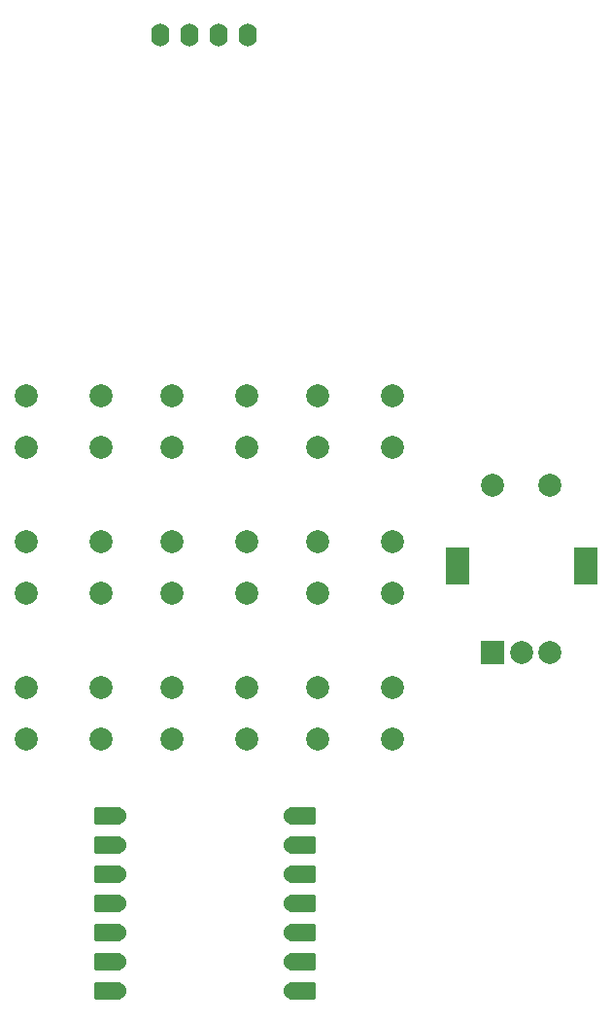
<source format=gbr>
%TF.GenerationSoftware,KiCad,Pcbnew,9.0.1*%
%TF.CreationDate,2025-06-15T22:50:49-06:00*%
%TF.ProjectId,AuraCTRL PCB,41757261-4354-4524-9c20-5043422e6b69,rev?*%
%TF.SameCoordinates,Original*%
%TF.FileFunction,Soldermask,Top*%
%TF.FilePolarity,Negative*%
%FSLAX46Y46*%
G04 Gerber Fmt 4.6, Leading zero omitted, Abs format (unit mm)*
G04 Created by KiCad (PCBNEW 9.0.1) date 2025-06-15 22:50:49*
%MOMM*%
%LPD*%
G01*
G04 APERTURE LIST*
G04 Aperture macros list*
%AMRoundRect*
0 Rectangle with rounded corners*
0 $1 Rounding radius*
0 $2 $3 $4 $5 $6 $7 $8 $9 X,Y pos of 4 corners*
0 Add a 4 corners polygon primitive as box body*
4,1,4,$2,$3,$4,$5,$6,$7,$8,$9,$2,$3,0*
0 Add four circle primitives for the rounded corners*
1,1,$1+$1,$2,$3*
1,1,$1+$1,$4,$5*
1,1,$1+$1,$6,$7*
1,1,$1+$1,$8,$9*
0 Add four rect primitives between the rounded corners*
20,1,$1+$1,$2,$3,$4,$5,0*
20,1,$1+$1,$4,$5,$6,$7,0*
20,1,$1+$1,$6,$7,$8,$9,0*
20,1,$1+$1,$8,$9,$2,$3,0*%
G04 Aperture macros list end*
%ADD10C,2.000000*%
%ADD11O,1.600000X2.000000*%
%ADD12R,2.000000X2.000000*%
%ADD13R,2.000000X3.200000*%
%ADD14RoundRect,0.152400X-1.063600X-0.609600X1.063600X-0.609600X1.063600X0.609600X-1.063600X0.609600X0*%
%ADD15C,1.524000*%
%ADD16RoundRect,0.152400X1.063600X0.609600X-1.063600X0.609600X-1.063600X-0.609600X1.063600X-0.609600X0*%
G04 APERTURE END LIST*
D10*
%TO.C,Back1*%
X103020000Y-116550000D03*
X96520000Y-116550000D03*
X103020000Y-112050000D03*
X96520000Y-112050000D03*
%TD*%
%TO.C,Confirm1*%
X77620000Y-116550000D03*
X71120000Y-116550000D03*
X77620000Y-112050000D03*
X71120000Y-112050000D03*
%TD*%
%TO.C,D-Pad_Up1*%
X90320000Y-116550000D03*
X83820000Y-116550000D03*
X90320000Y-112050000D03*
X83820000Y-112050000D03*
%TD*%
%TO.C,SW7*%
X103020000Y-129250000D03*
X96520000Y-129250000D03*
X103020000Y-124750000D03*
X96520000Y-124750000D03*
%TD*%
%TO.C,Enter1*%
X90320000Y-129250000D03*
X83820000Y-129250000D03*
X90320000Y-124750000D03*
X83820000Y-124750000D03*
%TD*%
%TO.C,D-Pad_Right1*%
X77620000Y-129250000D03*
X71120000Y-129250000D03*
X77620000Y-124750000D03*
X71120000Y-124750000D03*
%TD*%
%TO.C,SW8*%
X103020000Y-141950000D03*
X96520000Y-141950000D03*
X103020000Y-137450000D03*
X96520000Y-137450000D03*
%TD*%
%TO.C,SW5*%
X77620000Y-141950000D03*
X71120000Y-141950000D03*
X77620000Y-137450000D03*
X71120000Y-137450000D03*
%TD*%
%TO.C,SW6*%
X90320000Y-141950000D03*
X83820000Y-141950000D03*
X90320000Y-137450000D03*
X83820000Y-137450000D03*
%TD*%
D11*
%TO.C,J1*%
X82820238Y-80645000D03*
X85360238Y-80645000D03*
X87900238Y-80645000D03*
X90440238Y-80645000D03*
%TD*%
D12*
%TO.C,SW1*%
X111800000Y-134350000D03*
D10*
X116800000Y-134350000D03*
X114300000Y-134350000D03*
D13*
X108700000Y-126850000D03*
X119900000Y-126850000D03*
D10*
X116800000Y-119850000D03*
X111800000Y-119850000D03*
%TD*%
D14*
%TO.C,U1*%
X95195238Y-163830000D03*
D15*
X94360238Y-163830000D03*
D14*
X95195238Y-161290000D03*
D15*
X94360238Y-161290000D03*
D14*
X95195238Y-158750000D03*
D15*
X94360238Y-158750000D03*
D14*
X95195238Y-156210000D03*
D15*
X94360238Y-156210000D03*
D14*
X95195238Y-153670000D03*
D15*
X94360238Y-153670000D03*
D14*
X95195238Y-151130000D03*
D15*
X94360238Y-151130000D03*
D14*
X95195238Y-148590000D03*
D15*
X94360238Y-148590000D03*
X79120238Y-148590000D03*
D16*
X78285238Y-148590000D03*
D15*
X79120238Y-151130000D03*
D16*
X78285238Y-151130000D03*
D15*
X79120238Y-153670000D03*
D16*
X78285238Y-153670000D03*
D15*
X79120238Y-156210000D03*
D16*
X78285238Y-156210000D03*
D15*
X79120238Y-158750000D03*
D16*
X78285238Y-158750000D03*
D15*
X79120238Y-161290000D03*
D16*
X78285238Y-161290000D03*
D15*
X79120238Y-163830000D03*
D16*
X78285238Y-163830000D03*
%TD*%
M02*

</source>
